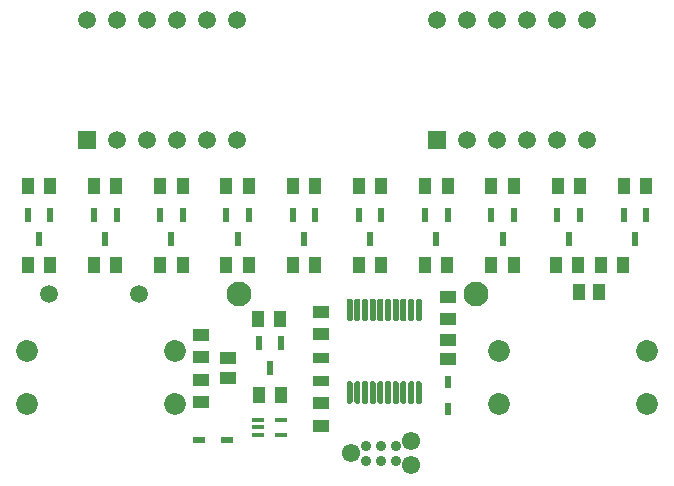
<source format=gbr>
%TF.GenerationSoftware,KiCad,Pcbnew,(5.1.10)-1*%
%TF.CreationDate,2021-09-21T22:06:55+02:00*%
%TF.ProjectId,StopWatch,53746f70-5761-4746-9368-2e6b69636164,rev?*%
%TF.SameCoordinates,Original*%
%TF.FileFunction,Soldermask,Top*%
%TF.FilePolarity,Negative*%
%FSLAX46Y46*%
G04 Gerber Fmt 4.6, Leading zero omitted, Abs format (unit mm)*
G04 Created by KiCad (PCBNEW (5.1.10)-1) date 2021-09-21 22:06:55*
%MOMM*%
%LPD*%
G01*
G04 APERTURE LIST*
%ADD10C,1.850000*%
%ADD11C,1.550000*%
%ADD12C,0.889000*%
%ADD13R,1.075000X0.500000*%
%ADD14R,0.500000X1.075000*%
%ADD15C,1.500000*%
%ADD16R,1.500000X1.500000*%
%ADD17R,1.400000X1.000000*%
%ADD18R,1.000000X1.400000*%
%ADD19R,0.600000X1.250000*%
%ADD20R,1.050000X0.400000*%
%ADD21C,2.100000*%
%ADD22R,1.400000X0.950000*%
%ADD23R,1.470000X1.050000*%
%ADD24R,1.050000X1.470000*%
G04 APERTURE END LIST*
D10*
%TO.C,S2*%
X32252000Y-64256000D03*
X44752000Y-64256000D03*
X32252000Y-68756000D03*
X44752000Y-68756000D03*
%TD*%
%TO.C,IC1*%
G36*
G01*
X65300000Y-66800000D02*
X65550000Y-66800000D01*
G75*
G02*
X65675000Y-66925000I0J-125000D01*
G01*
X65675000Y-68575000D01*
G75*
G02*
X65550000Y-68700000I-125000J0D01*
G01*
X65300000Y-68700000D01*
G75*
G02*
X65175000Y-68575000I0J125000D01*
G01*
X65175000Y-66925000D01*
G75*
G02*
X65300000Y-66800000I125000J0D01*
G01*
G37*
G36*
G01*
X64650000Y-66800000D02*
X64900000Y-66800000D01*
G75*
G02*
X65025000Y-66925000I0J-125000D01*
G01*
X65025000Y-68575000D01*
G75*
G02*
X64900000Y-68700000I-125000J0D01*
G01*
X64650000Y-68700000D01*
G75*
G02*
X64525000Y-68575000I0J125000D01*
G01*
X64525000Y-66925000D01*
G75*
G02*
X64650000Y-66800000I125000J0D01*
G01*
G37*
G36*
G01*
X64000000Y-66800000D02*
X64250000Y-66800000D01*
G75*
G02*
X64375000Y-66925000I0J-125000D01*
G01*
X64375000Y-68575000D01*
G75*
G02*
X64250000Y-68700000I-125000J0D01*
G01*
X64000000Y-68700000D01*
G75*
G02*
X63875000Y-68575000I0J125000D01*
G01*
X63875000Y-66925000D01*
G75*
G02*
X64000000Y-66800000I125000J0D01*
G01*
G37*
G36*
G01*
X63350000Y-66800000D02*
X63600000Y-66800000D01*
G75*
G02*
X63725000Y-66925000I0J-125000D01*
G01*
X63725000Y-68575000D01*
G75*
G02*
X63600000Y-68700000I-125000J0D01*
G01*
X63350000Y-68700000D01*
G75*
G02*
X63225000Y-68575000I0J125000D01*
G01*
X63225000Y-66925000D01*
G75*
G02*
X63350000Y-66800000I125000J0D01*
G01*
G37*
G36*
G01*
X62700000Y-66800000D02*
X62950000Y-66800000D01*
G75*
G02*
X63075000Y-66925000I0J-125000D01*
G01*
X63075000Y-68575000D01*
G75*
G02*
X62950000Y-68700000I-125000J0D01*
G01*
X62700000Y-68700000D01*
G75*
G02*
X62575000Y-68575000I0J125000D01*
G01*
X62575000Y-66925000D01*
G75*
G02*
X62700000Y-66800000I125000J0D01*
G01*
G37*
G36*
G01*
X62050000Y-66800000D02*
X62300000Y-66800000D01*
G75*
G02*
X62425000Y-66925000I0J-125000D01*
G01*
X62425000Y-68575000D01*
G75*
G02*
X62300000Y-68700000I-125000J0D01*
G01*
X62050000Y-68700000D01*
G75*
G02*
X61925000Y-68575000I0J125000D01*
G01*
X61925000Y-66925000D01*
G75*
G02*
X62050000Y-66800000I125000J0D01*
G01*
G37*
G36*
G01*
X61400000Y-66800000D02*
X61650000Y-66800000D01*
G75*
G02*
X61775000Y-66925000I0J-125000D01*
G01*
X61775000Y-68575000D01*
G75*
G02*
X61650000Y-68700000I-125000J0D01*
G01*
X61400000Y-68700000D01*
G75*
G02*
X61275000Y-68575000I0J125000D01*
G01*
X61275000Y-66925000D01*
G75*
G02*
X61400000Y-66800000I125000J0D01*
G01*
G37*
G36*
G01*
X60750000Y-66800000D02*
X61000000Y-66800000D01*
G75*
G02*
X61125000Y-66925000I0J-125000D01*
G01*
X61125000Y-68575000D01*
G75*
G02*
X61000000Y-68700000I-125000J0D01*
G01*
X60750000Y-68700000D01*
G75*
G02*
X60625000Y-68575000I0J125000D01*
G01*
X60625000Y-66925000D01*
G75*
G02*
X60750000Y-66800000I125000J0D01*
G01*
G37*
G36*
G01*
X60100000Y-66800000D02*
X60350000Y-66800000D01*
G75*
G02*
X60475000Y-66925000I0J-125000D01*
G01*
X60475000Y-68575000D01*
G75*
G02*
X60350000Y-68700000I-125000J0D01*
G01*
X60100000Y-68700000D01*
G75*
G02*
X59975000Y-68575000I0J125000D01*
G01*
X59975000Y-66925000D01*
G75*
G02*
X60100000Y-66800000I125000J0D01*
G01*
G37*
G36*
G01*
X59450000Y-66800000D02*
X59700000Y-66800000D01*
G75*
G02*
X59825000Y-66925000I0J-125000D01*
G01*
X59825000Y-68575000D01*
G75*
G02*
X59700000Y-68700000I-125000J0D01*
G01*
X59450000Y-68700000D01*
G75*
G02*
X59325000Y-68575000I0J125000D01*
G01*
X59325000Y-66925000D01*
G75*
G02*
X59450000Y-66800000I125000J0D01*
G01*
G37*
G36*
G01*
X59450000Y-59800000D02*
X59700000Y-59800000D01*
G75*
G02*
X59825000Y-59925000I0J-125000D01*
G01*
X59825000Y-61575000D01*
G75*
G02*
X59700000Y-61700000I-125000J0D01*
G01*
X59450000Y-61700000D01*
G75*
G02*
X59325000Y-61575000I0J125000D01*
G01*
X59325000Y-59925000D01*
G75*
G02*
X59450000Y-59800000I125000J0D01*
G01*
G37*
G36*
G01*
X60100000Y-59800000D02*
X60350000Y-59800000D01*
G75*
G02*
X60475000Y-59925000I0J-125000D01*
G01*
X60475000Y-61575000D01*
G75*
G02*
X60350000Y-61700000I-125000J0D01*
G01*
X60100000Y-61700000D01*
G75*
G02*
X59975000Y-61575000I0J125000D01*
G01*
X59975000Y-59925000D01*
G75*
G02*
X60100000Y-59800000I125000J0D01*
G01*
G37*
G36*
G01*
X60750000Y-59800000D02*
X61000000Y-59800000D01*
G75*
G02*
X61125000Y-59925000I0J-125000D01*
G01*
X61125000Y-61575000D01*
G75*
G02*
X61000000Y-61700000I-125000J0D01*
G01*
X60750000Y-61700000D01*
G75*
G02*
X60625000Y-61575000I0J125000D01*
G01*
X60625000Y-59925000D01*
G75*
G02*
X60750000Y-59800000I125000J0D01*
G01*
G37*
G36*
G01*
X61400000Y-59800000D02*
X61650000Y-59800000D01*
G75*
G02*
X61775000Y-59925000I0J-125000D01*
G01*
X61775000Y-61575000D01*
G75*
G02*
X61650000Y-61700000I-125000J0D01*
G01*
X61400000Y-61700000D01*
G75*
G02*
X61275000Y-61575000I0J125000D01*
G01*
X61275000Y-59925000D01*
G75*
G02*
X61400000Y-59800000I125000J0D01*
G01*
G37*
G36*
G01*
X62050000Y-59800000D02*
X62300000Y-59800000D01*
G75*
G02*
X62425000Y-59925000I0J-125000D01*
G01*
X62425000Y-61575000D01*
G75*
G02*
X62300000Y-61700000I-125000J0D01*
G01*
X62050000Y-61700000D01*
G75*
G02*
X61925000Y-61575000I0J125000D01*
G01*
X61925000Y-59925000D01*
G75*
G02*
X62050000Y-59800000I125000J0D01*
G01*
G37*
G36*
G01*
X62700000Y-59800000D02*
X62950000Y-59800000D01*
G75*
G02*
X63075000Y-59925000I0J-125000D01*
G01*
X63075000Y-61575000D01*
G75*
G02*
X62950000Y-61700000I-125000J0D01*
G01*
X62700000Y-61700000D01*
G75*
G02*
X62575000Y-61575000I0J125000D01*
G01*
X62575000Y-59925000D01*
G75*
G02*
X62700000Y-59800000I125000J0D01*
G01*
G37*
G36*
G01*
X63350000Y-59800000D02*
X63600000Y-59800000D01*
G75*
G02*
X63725000Y-59925000I0J-125000D01*
G01*
X63725000Y-61575000D01*
G75*
G02*
X63600000Y-61700000I-125000J0D01*
G01*
X63350000Y-61700000D01*
G75*
G02*
X63225000Y-61575000I0J125000D01*
G01*
X63225000Y-59925000D01*
G75*
G02*
X63350000Y-59800000I125000J0D01*
G01*
G37*
G36*
G01*
X64000000Y-59800000D02*
X64250000Y-59800000D01*
G75*
G02*
X64375000Y-59925000I0J-125000D01*
G01*
X64375000Y-61575000D01*
G75*
G02*
X64250000Y-61700000I-125000J0D01*
G01*
X64000000Y-61700000D01*
G75*
G02*
X63875000Y-61575000I0J125000D01*
G01*
X63875000Y-59925000D01*
G75*
G02*
X64000000Y-59800000I125000J0D01*
G01*
G37*
G36*
G01*
X64650000Y-59800000D02*
X64900000Y-59800000D01*
G75*
G02*
X65025000Y-59925000I0J-125000D01*
G01*
X65025000Y-61575000D01*
G75*
G02*
X64900000Y-61700000I-125000J0D01*
G01*
X64650000Y-61700000D01*
G75*
G02*
X64525000Y-61575000I0J125000D01*
G01*
X64525000Y-59925000D01*
G75*
G02*
X64650000Y-59800000I125000J0D01*
G01*
G37*
G36*
G01*
X65300000Y-59800000D02*
X65550000Y-59800000D01*
G75*
G02*
X65675000Y-59925000I0J-125000D01*
G01*
X65675000Y-61575000D01*
G75*
G02*
X65550000Y-61700000I-125000J0D01*
G01*
X65300000Y-61700000D01*
G75*
G02*
X65175000Y-61575000I0J125000D01*
G01*
X65175000Y-59925000D01*
G75*
G02*
X65300000Y-59800000I125000J0D01*
G01*
G37*
%TD*%
D11*
%TO.C,J1*%
X64790000Y-73901000D03*
X64790000Y-71869000D03*
X59710000Y-72885000D03*
D12*
X63520000Y-72250000D03*
X63520000Y-73520000D03*
X62250000Y-72250000D03*
X62250000Y-73520000D03*
X60980000Y-72250000D03*
X60980000Y-73520000D03*
%TD*%
D13*
%TO.C,D2*%
X46838000Y-71750000D03*
X49162000Y-71750000D03*
%TD*%
D14*
%TO.C,D1*%
X67870000Y-66838000D03*
X67870000Y-69162000D03*
%TD*%
D15*
%TO.C,U3*%
X77120000Y-46360000D03*
X69500000Y-36200000D03*
X66960000Y-36200000D03*
X72040000Y-36200000D03*
X74580000Y-36200000D03*
X77120000Y-36200000D03*
X79660000Y-46360000D03*
X79660000Y-36200000D03*
X72040000Y-46360000D03*
X74580000Y-46360000D03*
D16*
X66960000Y-46360000D03*
D15*
X69500000Y-46360000D03*
%TD*%
%TO.C,U1*%
X37350000Y-36200000D03*
X39890000Y-36200000D03*
X42430000Y-36200000D03*
X44970000Y-36200000D03*
X47510000Y-36200000D03*
X50050000Y-36200000D03*
X50050000Y-46360000D03*
X47510000Y-46360000D03*
X44970000Y-46360000D03*
X42430000Y-46360000D03*
X39890000Y-46360000D03*
D16*
X37350000Y-46360000D03*
%TD*%
D17*
%TO.C,R27*%
X57181800Y-70568500D03*
X57181800Y-68668500D03*
%TD*%
D18*
%TO.C,R26*%
X84680000Y-50240000D03*
X82780000Y-50240000D03*
%TD*%
%TO.C,R25*%
X79073700Y-50230000D03*
X77173700Y-50230000D03*
%TD*%
%TO.C,R24*%
X34223400Y-56960000D03*
X32323400Y-56960000D03*
%TD*%
%TO.C,R23*%
X34223400Y-50221000D03*
X32323400Y-50221000D03*
%TD*%
%TO.C,R22*%
X37927200Y-56960000D03*
X39827200Y-56960000D03*
%TD*%
%TO.C,R21*%
X39829700Y-50221000D03*
X37929700Y-50221000D03*
%TD*%
%TO.C,R20*%
X43531000Y-56960000D03*
X45431000Y-56960000D03*
%TD*%
%TO.C,R19*%
X45436000Y-50221000D03*
X43536000Y-50221000D03*
%TD*%
%TO.C,R18*%
X73450000Y-56960000D03*
X71550000Y-56960000D03*
%TD*%
%TO.C,R17*%
X73467400Y-50221000D03*
X71567400Y-50221000D03*
%TD*%
D19*
%TO.C,Q11*%
X83730000Y-54772600D03*
X82775000Y-52672600D03*
X84685000Y-52672600D03*
%TD*%
%TO.C,Q10*%
X78123700Y-54771800D03*
X77168700Y-52671800D03*
X79078700Y-52671800D03*
%TD*%
%TO.C,Q9*%
X33273400Y-54776200D03*
X32318400Y-52676200D03*
X34228400Y-52676200D03*
%TD*%
%TO.C,Q8*%
X38879700Y-54776200D03*
X37924700Y-52676200D03*
X39834700Y-52676200D03*
%TD*%
%TO.C,Q7*%
X44486000Y-54776200D03*
X43531000Y-52676200D03*
X45441000Y-52676200D03*
%TD*%
%TO.C,Q6*%
X72517400Y-54776200D03*
X71562400Y-52676200D03*
X73472400Y-52676200D03*
%TD*%
D20*
%TO.C,IC2*%
X53747100Y-70040000D03*
X53747100Y-71340000D03*
X51847100Y-71340000D03*
X51847100Y-70690000D03*
X51847100Y-70040000D03*
%TD*%
D10*
%TO.C,S1*%
X72252000Y-64256000D03*
X84752000Y-64256000D03*
X72252000Y-68756000D03*
X84752000Y-68756000D03*
%TD*%
D21*
%TO.C,U2*%
X50228500Y-59378700D03*
X70228500Y-59378700D03*
%TD*%
D17*
%TO.C,R16*%
X47003800Y-68583100D03*
X47003800Y-66683100D03*
%TD*%
%TO.C,R15*%
X47003800Y-62873100D03*
X47003800Y-64773100D03*
%TD*%
D18*
%TO.C,R14*%
X53796000Y-67936000D03*
X51896000Y-67936000D03*
%TD*%
%TO.C,R13*%
X53700000Y-61500000D03*
X51800000Y-61500000D03*
%TD*%
%TO.C,R12*%
X82722000Y-56982000D03*
X80822000Y-56982000D03*
%TD*%
%TO.C,R11*%
X77012000Y-56982000D03*
X78912000Y-56982000D03*
%TD*%
%TO.C,R10*%
X51034800Y-56960000D03*
X49134800Y-56960000D03*
%TD*%
%TO.C,R9*%
X51042300Y-50221000D03*
X49142300Y-50221000D03*
%TD*%
%TO.C,R8*%
X56638600Y-56960000D03*
X54738600Y-56960000D03*
%TD*%
%TO.C,R7*%
X56648600Y-50221000D03*
X54748600Y-50221000D03*
%TD*%
%TO.C,R6*%
X62242400Y-56960000D03*
X60342400Y-56960000D03*
%TD*%
%TO.C,R5*%
X62254800Y-50221000D03*
X60354800Y-50221000D03*
%TD*%
%TO.C,R4*%
X67846200Y-56960000D03*
X65946200Y-56960000D03*
%TD*%
D17*
%TO.C,R3*%
X57156000Y-62799000D03*
X57156000Y-60899000D03*
%TD*%
%TO.C,R2*%
X67870000Y-59654000D03*
X67870000Y-61554000D03*
%TD*%
D18*
%TO.C,R1*%
X67861100Y-50221000D03*
X65961100Y-50221000D03*
%TD*%
D19*
%TO.C,Q5*%
X52846000Y-65684000D03*
X51891000Y-63584000D03*
X53801000Y-63584000D03*
%TD*%
%TO.C,Q4*%
X50092300Y-54776200D03*
X49137300Y-52676200D03*
X51047300Y-52676200D03*
%TD*%
%TO.C,Q3*%
X55698600Y-54776200D03*
X54743600Y-52676200D03*
X56653600Y-52676200D03*
%TD*%
%TO.C,Q2*%
X61304800Y-54776200D03*
X60349800Y-52676200D03*
X62259800Y-52676200D03*
%TD*%
%TO.C,Q1*%
X66911100Y-54776200D03*
X65956100Y-52676200D03*
X67866100Y-52676200D03*
%TD*%
D15*
%TO.C,LS1*%
X34157600Y-59378700D03*
X41757600Y-59378700D03*
%TD*%
D22*
%TO.C,LED1*%
X57122000Y-64832000D03*
X57122000Y-66732000D03*
%TD*%
D23*
%TO.C,C3*%
X49289800Y-66519100D03*
X49289800Y-64839100D03*
%TD*%
D24*
%TO.C,C2*%
X78978000Y-59268000D03*
X80658000Y-59268000D03*
%TD*%
D23*
%TO.C,C1*%
X67870000Y-64934000D03*
X67870000Y-63254000D03*
%TD*%
M02*

</source>
